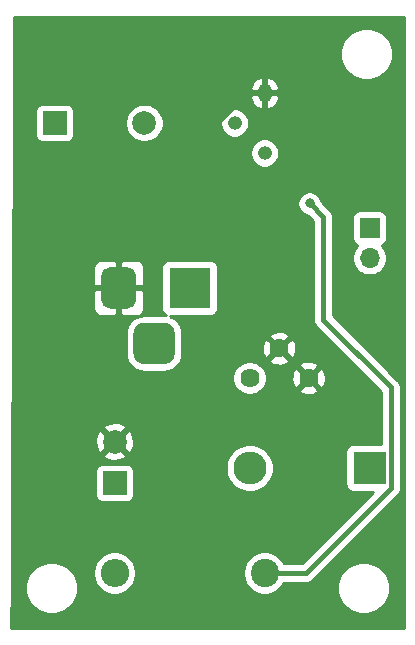
<source format=gbr>
%TF.GenerationSoftware,KiCad,Pcbnew,(5.1.8)-1*%
%TF.CreationDate,2020-12-20T06:36:15+01:00*%
%TF.ProjectId,Fire Sensor,46697265-2053-4656-9e73-6f722e6b6963,rev?*%
%TF.SameCoordinates,Original*%
%TF.FileFunction,Copper,L1,Top*%
%TF.FilePolarity,Positive*%
%FSLAX46Y46*%
G04 Gerber Fmt 4.6, Leading zero omitted, Abs format (unit mm)*
G04 Created by KiCad (PCBNEW (5.1.8)-1) date 2020-12-20 06:36:15*
%MOMM*%
%LPD*%
G01*
G04 APERTURE LIST*
%TA.AperFunction,ComponentPad*%
%ADD10R,2.000000X2.000000*%
%TD*%
%TA.AperFunction,ComponentPad*%
%ADD11C,2.000000*%
%TD*%
%TA.AperFunction,ComponentPad*%
%ADD12R,2.800000X2.800000*%
%TD*%
%TA.AperFunction,ComponentPad*%
%ADD13O,2.800000X2.800000*%
%TD*%
%TA.AperFunction,ComponentPad*%
%ADD14R,3.500000X3.500000*%
%TD*%
%TA.AperFunction,ComponentPad*%
%ADD15O,1.200000X1.600000*%
%TD*%
%TA.AperFunction,ComponentPad*%
%ADD16O,1.200000X1.200000*%
%TD*%
%TA.AperFunction,ComponentPad*%
%ADD17C,2.400000*%
%TD*%
%TA.AperFunction,ComponentPad*%
%ADD18O,2.400000X2.400000*%
%TD*%
%TA.AperFunction,ComponentPad*%
%ADD19C,1.620000*%
%TD*%
%TA.AperFunction,ComponentPad*%
%ADD20R,1.700000X1.700000*%
%TD*%
%TA.AperFunction,ComponentPad*%
%ADD21O,1.700000X1.700000*%
%TD*%
%TA.AperFunction,ViaPad*%
%ADD22C,0.800000*%
%TD*%
%TA.AperFunction,Conductor*%
%ADD23C,0.400000*%
%TD*%
%TA.AperFunction,Conductor*%
%ADD24C,0.254000*%
%TD*%
%TA.AperFunction,Conductor*%
%ADD25C,0.100000*%
%TD*%
G04 APERTURE END LIST*
D10*
%TO.P,BZ1,1*%
%TO.N,Net-(BZ1-Pad1)*%
X113030000Y-74930000D03*
D11*
%TO.P,BZ1,2*%
%TO.N,Net-(BZ1-Pad2)*%
X120630000Y-74930000D03*
%TD*%
D10*
%TO.P,C1,1*%
%TO.N,Net-(C1-Pad1)*%
X118110000Y-105410000D03*
D11*
%TO.P,C1,2*%
%TO.N,Net-(C1-Pad2)*%
X118110000Y-101910000D03*
%TD*%
D12*
%TO.P,D1,1*%
%TO.N,Net-(D1-Pad1)*%
X139700000Y-104140000D03*
D13*
%TO.P,D1,2*%
%TO.N,Net-(C1-Pad1)*%
X129540000Y-104140000D03*
%TD*%
D14*
%TO.P,J1,1*%
%TO.N,Net-(BZ1-Pad1)*%
X124460000Y-88900000D03*
%TO.P,J1,2*%
%TO.N,Net-(C1-Pad2)*%
%TA.AperFunction,ComponentPad*%
G36*
G01*
X116960000Y-89900000D02*
X116960000Y-87900000D01*
G75*
G02*
X117710000Y-87150000I750000J0D01*
G01*
X119210000Y-87150000D01*
G75*
G02*
X119960000Y-87900000I0J-750000D01*
G01*
X119960000Y-89900000D01*
G75*
G02*
X119210000Y-90650000I-750000J0D01*
G01*
X117710000Y-90650000D01*
G75*
G02*
X116960000Y-89900000I0J750000D01*
G01*
G37*
%TD.AperFunction*%
%TO.P,J1,3*%
%TO.N,Net-(J1-Pad3)*%
%TA.AperFunction,ComponentPad*%
G36*
G01*
X119710000Y-94475000D02*
X119710000Y-92725000D01*
G75*
G02*
X120585000Y-91850000I875000J0D01*
G01*
X122335000Y-91850000D01*
G75*
G02*
X123210000Y-92725000I0J-875000D01*
G01*
X123210000Y-94475000D01*
G75*
G02*
X122335000Y-95350000I-875000J0D01*
G01*
X120585000Y-95350000D01*
G75*
G02*
X119710000Y-94475000I0J875000D01*
G01*
G37*
%TD.AperFunction*%
%TD*%
D15*
%TO.P,Q1,1*%
%TO.N,Net-(C1-Pad2)*%
X130810000Y-72390000D03*
D16*
%TO.P,Q1,2*%
%TO.N,Net-(Q1-Pad2)*%
X128270000Y-74930000D03*
%TO.P,Q1,3*%
%TO.N,Net-(BZ1-Pad2)*%
X130810000Y-77470000D03*
%TD*%
D17*
%TO.P,R1,1*%
%TO.N,Net-(Q1-Pad2)*%
X130810000Y-113030000D03*
D18*
%TO.P,R1,2*%
%TO.N,Net-(C1-Pad1)*%
X118110000Y-113030000D03*
%TD*%
D19*
%TO.P,RV1,3*%
%TO.N,Net-(C1-Pad2)*%
X134540000Y-96520000D03*
%TO.P,RV1,2*%
X132040000Y-94020000D03*
%TO.P,RV1,1*%
%TO.N,Net-(D1-Pad1)*%
X129540000Y-96520000D03*
%TD*%
D20*
%TO.P,TH1,1*%
%TO.N,Net-(BZ1-Pad1)*%
X139700000Y-83820000D03*
D21*
%TO.P,TH1,2*%
%TO.N,Net-(D1-Pad1)*%
X139700000Y-86360000D03*
%TD*%
D22*
%TO.N,Net-(Q1-Pad2)*%
X134620000Y-81750000D03*
%TD*%
D23*
%TO.N,Net-(C1-Pad2)*%
X129329998Y-72390000D02*
X130810000Y-72390000D01*
X118460000Y-83259998D02*
X129329998Y-72390000D01*
X118460000Y-88900000D02*
X118460000Y-83259998D01*
%TO.N,Net-(Q1-Pad2)*%
X135750001Y-82880001D02*
X135750001Y-91579999D01*
X134620000Y-81750000D02*
X135750001Y-82880001D01*
X134330002Y-113030000D02*
X130810000Y-113030000D01*
X141500001Y-105860001D02*
X134330002Y-113030000D01*
X141500001Y-97329999D02*
X141500001Y-105860001D01*
X135750001Y-91579999D02*
X141500001Y-97329999D01*
%TD*%
D24*
%TO.N,Net-(C1-Pad2)*%
X142596001Y-117704000D02*
X109375165Y-117704000D01*
X109392505Y-114079872D01*
X110541000Y-114079872D01*
X110541000Y-114520128D01*
X110626890Y-114951925D01*
X110795369Y-115358669D01*
X111039962Y-115724729D01*
X111351271Y-116036038D01*
X111717331Y-116280631D01*
X112124075Y-116449110D01*
X112555872Y-116535000D01*
X112996128Y-116535000D01*
X113427925Y-116449110D01*
X113834669Y-116280631D01*
X114200729Y-116036038D01*
X114512038Y-115724729D01*
X114756631Y-115358669D01*
X114925110Y-114951925D01*
X115011000Y-114520128D01*
X115011000Y-114079872D01*
X114925110Y-113648075D01*
X114756631Y-113241331D01*
X114512038Y-112875271D01*
X114486035Y-112849268D01*
X116275000Y-112849268D01*
X116275000Y-113210732D01*
X116345518Y-113565250D01*
X116483844Y-113899199D01*
X116684662Y-114199744D01*
X116940256Y-114455338D01*
X117240801Y-114656156D01*
X117574750Y-114794482D01*
X117929268Y-114865000D01*
X118290732Y-114865000D01*
X118645250Y-114794482D01*
X118979199Y-114656156D01*
X119279744Y-114455338D01*
X119535338Y-114199744D01*
X119736156Y-113899199D01*
X119874482Y-113565250D01*
X119945000Y-113210732D01*
X119945000Y-112849268D01*
X128975000Y-112849268D01*
X128975000Y-113210732D01*
X129045518Y-113565250D01*
X129183844Y-113899199D01*
X129384662Y-114199744D01*
X129640256Y-114455338D01*
X129940801Y-114656156D01*
X130274750Y-114794482D01*
X130629268Y-114865000D01*
X130990732Y-114865000D01*
X131345250Y-114794482D01*
X131679199Y-114656156D01*
X131979744Y-114455338D01*
X132235338Y-114199744D01*
X132315434Y-114079872D01*
X136957000Y-114079872D01*
X136957000Y-114520128D01*
X137042890Y-114951925D01*
X137211369Y-115358669D01*
X137455962Y-115724729D01*
X137767271Y-116036038D01*
X138133331Y-116280631D01*
X138540075Y-116449110D01*
X138971872Y-116535000D01*
X139412128Y-116535000D01*
X139843925Y-116449110D01*
X140250669Y-116280631D01*
X140616729Y-116036038D01*
X140928038Y-115724729D01*
X141172631Y-115358669D01*
X141341110Y-114951925D01*
X141427000Y-114520128D01*
X141427000Y-114079872D01*
X141341110Y-113648075D01*
X141172631Y-113241331D01*
X140928038Y-112875271D01*
X140616729Y-112563962D01*
X140250669Y-112319369D01*
X139843925Y-112150890D01*
X139412128Y-112065000D01*
X138971872Y-112065000D01*
X138540075Y-112150890D01*
X138133331Y-112319369D01*
X137767271Y-112563962D01*
X137455962Y-112875271D01*
X137211369Y-113241331D01*
X137042890Y-113648075D01*
X136957000Y-114079872D01*
X132315434Y-114079872D01*
X132436156Y-113899199D01*
X132450322Y-113865000D01*
X134288984Y-113865000D01*
X134330002Y-113869040D01*
X134371020Y-113865000D01*
X134371021Y-113865000D01*
X134493691Y-113852918D01*
X134651089Y-113805172D01*
X134796148Y-113727636D01*
X134923293Y-113623291D01*
X134949448Y-113591421D01*
X142061433Y-106479438D01*
X142093292Y-106453292D01*
X142197637Y-106326147D01*
X142275173Y-106181088D01*
X142322919Y-106023690D01*
X142335001Y-105901020D01*
X142339041Y-105860001D01*
X142335001Y-105818983D01*
X142335001Y-97371017D01*
X142339041Y-97329999D01*
X142322919Y-97166310D01*
X142275173Y-97008912D01*
X142197637Y-96863853D01*
X142093292Y-96736708D01*
X142061429Y-96710559D01*
X136585001Y-91234132D01*
X136585001Y-82970000D01*
X138211928Y-82970000D01*
X138211928Y-84670000D01*
X138224188Y-84794482D01*
X138260498Y-84914180D01*
X138319463Y-85024494D01*
X138398815Y-85121185D01*
X138495506Y-85200537D01*
X138605820Y-85259502D01*
X138678380Y-85281513D01*
X138546525Y-85413368D01*
X138384010Y-85656589D01*
X138272068Y-85926842D01*
X138215000Y-86213740D01*
X138215000Y-86506260D01*
X138272068Y-86793158D01*
X138384010Y-87063411D01*
X138546525Y-87306632D01*
X138753368Y-87513475D01*
X138996589Y-87675990D01*
X139266842Y-87787932D01*
X139553740Y-87845000D01*
X139846260Y-87845000D01*
X140133158Y-87787932D01*
X140403411Y-87675990D01*
X140646632Y-87513475D01*
X140853475Y-87306632D01*
X141015990Y-87063411D01*
X141127932Y-86793158D01*
X141185000Y-86506260D01*
X141185000Y-86213740D01*
X141127932Y-85926842D01*
X141015990Y-85656589D01*
X140853475Y-85413368D01*
X140721620Y-85281513D01*
X140794180Y-85259502D01*
X140904494Y-85200537D01*
X141001185Y-85121185D01*
X141080537Y-85024494D01*
X141139502Y-84914180D01*
X141175812Y-84794482D01*
X141188072Y-84670000D01*
X141188072Y-82970000D01*
X141175812Y-82845518D01*
X141139502Y-82725820D01*
X141080537Y-82615506D01*
X141001185Y-82518815D01*
X140904494Y-82439463D01*
X140794180Y-82380498D01*
X140674482Y-82344188D01*
X140550000Y-82331928D01*
X138850000Y-82331928D01*
X138725518Y-82344188D01*
X138605820Y-82380498D01*
X138495506Y-82439463D01*
X138398815Y-82518815D01*
X138319463Y-82615506D01*
X138260498Y-82725820D01*
X138224188Y-82845518D01*
X138211928Y-82970000D01*
X136585001Y-82970000D01*
X136585001Y-82921019D01*
X136589041Y-82880001D01*
X136572919Y-82716313D01*
X136558023Y-82667205D01*
X136525173Y-82558914D01*
X136447637Y-82413855D01*
X136390463Y-82344188D01*
X136369440Y-82318571D01*
X136369438Y-82318569D01*
X136343292Y-82286710D01*
X136311434Y-82260565D01*
X135644092Y-81593225D01*
X135615226Y-81448102D01*
X135537205Y-81259744D01*
X135423937Y-81090226D01*
X135279774Y-80946063D01*
X135110256Y-80832795D01*
X134921898Y-80754774D01*
X134721939Y-80715000D01*
X134518061Y-80715000D01*
X134318102Y-80754774D01*
X134129744Y-80832795D01*
X133960226Y-80946063D01*
X133816063Y-81090226D01*
X133702795Y-81259744D01*
X133624774Y-81448102D01*
X133585000Y-81648061D01*
X133585000Y-81851939D01*
X133624774Y-82051898D01*
X133702795Y-82240256D01*
X133816063Y-82409774D01*
X133960226Y-82553937D01*
X134129744Y-82667205D01*
X134318102Y-82745226D01*
X134463225Y-82774092D01*
X134915001Y-83225870D01*
X134915002Y-91538970D01*
X134910961Y-91579999D01*
X134927083Y-91743687D01*
X134974829Y-91901085D01*
X134974830Y-91901086D01*
X135052366Y-92046145D01*
X135156711Y-92173290D01*
X135188575Y-92199440D01*
X140665001Y-97675867D01*
X140665002Y-102101928D01*
X138300000Y-102101928D01*
X138175518Y-102114188D01*
X138055820Y-102150498D01*
X137945506Y-102209463D01*
X137848815Y-102288815D01*
X137769463Y-102385506D01*
X137710498Y-102495820D01*
X137674188Y-102615518D01*
X137661928Y-102740000D01*
X137661928Y-105540000D01*
X137674188Y-105664482D01*
X137710498Y-105784180D01*
X137769463Y-105894494D01*
X137848815Y-105991185D01*
X137945506Y-106070537D01*
X138055820Y-106129502D01*
X138175518Y-106165812D01*
X138300000Y-106178072D01*
X140001061Y-106178072D01*
X133984135Y-112195000D01*
X132450322Y-112195000D01*
X132436156Y-112160801D01*
X132235338Y-111860256D01*
X131979744Y-111604662D01*
X131679199Y-111403844D01*
X131345250Y-111265518D01*
X130990732Y-111195000D01*
X130629268Y-111195000D01*
X130274750Y-111265518D01*
X129940801Y-111403844D01*
X129640256Y-111604662D01*
X129384662Y-111860256D01*
X129183844Y-112160801D01*
X129045518Y-112494750D01*
X128975000Y-112849268D01*
X119945000Y-112849268D01*
X119874482Y-112494750D01*
X119736156Y-112160801D01*
X119535338Y-111860256D01*
X119279744Y-111604662D01*
X118979199Y-111403844D01*
X118645250Y-111265518D01*
X118290732Y-111195000D01*
X117929268Y-111195000D01*
X117574750Y-111265518D01*
X117240801Y-111403844D01*
X116940256Y-111604662D01*
X116684662Y-111860256D01*
X116483844Y-112160801D01*
X116345518Y-112494750D01*
X116275000Y-112849268D01*
X114486035Y-112849268D01*
X114200729Y-112563962D01*
X113834669Y-112319369D01*
X113427925Y-112150890D01*
X112996128Y-112065000D01*
X112555872Y-112065000D01*
X112124075Y-112150890D01*
X111717331Y-112319369D01*
X111351271Y-112563962D01*
X111039962Y-112875271D01*
X110795369Y-113241331D01*
X110626890Y-113648075D01*
X110541000Y-114079872D01*
X109392505Y-114079872D01*
X109438771Y-104410000D01*
X116471928Y-104410000D01*
X116471928Y-106410000D01*
X116484188Y-106534482D01*
X116520498Y-106654180D01*
X116579463Y-106764494D01*
X116658815Y-106861185D01*
X116755506Y-106940537D01*
X116865820Y-106999502D01*
X116985518Y-107035812D01*
X117110000Y-107048072D01*
X119110000Y-107048072D01*
X119234482Y-107035812D01*
X119354180Y-106999502D01*
X119464494Y-106940537D01*
X119561185Y-106861185D01*
X119640537Y-106764494D01*
X119699502Y-106654180D01*
X119735812Y-106534482D01*
X119748072Y-106410000D01*
X119748072Y-104410000D01*
X119735812Y-104285518D01*
X119699502Y-104165820D01*
X119640537Y-104055506D01*
X119561185Y-103958815D01*
X119537735Y-103939570D01*
X127505000Y-103939570D01*
X127505000Y-104340430D01*
X127583204Y-104733587D01*
X127736607Y-105103934D01*
X127959313Y-105437237D01*
X128242763Y-105720687D01*
X128576066Y-105943393D01*
X128946413Y-106096796D01*
X129339570Y-106175000D01*
X129740430Y-106175000D01*
X130133587Y-106096796D01*
X130503934Y-105943393D01*
X130837237Y-105720687D01*
X131120687Y-105437237D01*
X131343393Y-105103934D01*
X131496796Y-104733587D01*
X131575000Y-104340430D01*
X131575000Y-103939570D01*
X131496796Y-103546413D01*
X131343393Y-103176066D01*
X131120687Y-102842763D01*
X130837237Y-102559313D01*
X130503934Y-102336607D01*
X130133587Y-102183204D01*
X129740430Y-102105000D01*
X129339570Y-102105000D01*
X128946413Y-102183204D01*
X128576066Y-102336607D01*
X128242763Y-102559313D01*
X127959313Y-102842763D01*
X127736607Y-103176066D01*
X127583204Y-103546413D01*
X127505000Y-103939570D01*
X119537735Y-103939570D01*
X119464494Y-103879463D01*
X119354180Y-103820498D01*
X119234482Y-103784188D01*
X119110000Y-103771928D01*
X117110000Y-103771928D01*
X116985518Y-103784188D01*
X116865820Y-103820498D01*
X116755506Y-103879463D01*
X116658815Y-103958815D01*
X116579463Y-104055506D01*
X116520498Y-104165820D01*
X116484188Y-104285518D01*
X116471928Y-104410000D01*
X109438771Y-104410000D01*
X109445300Y-103045413D01*
X117154192Y-103045413D01*
X117249956Y-103309814D01*
X117539571Y-103450704D01*
X117851108Y-103532384D01*
X118172595Y-103551718D01*
X118491675Y-103507961D01*
X118796088Y-103402795D01*
X118970044Y-103309814D01*
X119065808Y-103045413D01*
X118110000Y-102089605D01*
X117154192Y-103045413D01*
X109445300Y-103045413D01*
X109450434Y-101972595D01*
X116468282Y-101972595D01*
X116512039Y-102291675D01*
X116617205Y-102596088D01*
X116710186Y-102770044D01*
X116974587Y-102865808D01*
X117930395Y-101910000D01*
X118289605Y-101910000D01*
X119245413Y-102865808D01*
X119509814Y-102770044D01*
X119650704Y-102480429D01*
X119732384Y-102168892D01*
X119751718Y-101847405D01*
X119707961Y-101528325D01*
X119602795Y-101223912D01*
X119509814Y-101049956D01*
X119245413Y-100954192D01*
X118289605Y-101910000D01*
X117930395Y-101910000D01*
X116974587Y-100954192D01*
X116710186Y-101049956D01*
X116569296Y-101339571D01*
X116487616Y-101651108D01*
X116468282Y-101972595D01*
X109450434Y-101972595D01*
X109456166Y-100774587D01*
X117154192Y-100774587D01*
X118110000Y-101730395D01*
X119065808Y-100774587D01*
X118970044Y-100510186D01*
X118680429Y-100369296D01*
X118368892Y-100287616D01*
X118047405Y-100268282D01*
X117728325Y-100312039D01*
X117423912Y-100417205D01*
X117249956Y-100510186D01*
X117154192Y-100774587D01*
X109456166Y-100774587D01*
X109477203Y-96377680D01*
X128095000Y-96377680D01*
X128095000Y-96662320D01*
X128150530Y-96941491D01*
X128259457Y-97204464D01*
X128417595Y-97441134D01*
X128618866Y-97642405D01*
X128855536Y-97800543D01*
X129118509Y-97909470D01*
X129397680Y-97965000D01*
X129682320Y-97965000D01*
X129961491Y-97909470D01*
X130224464Y-97800543D01*
X130461134Y-97642405D01*
X130583696Y-97519843D01*
X133719762Y-97519843D01*
X133792556Y-97764832D01*
X134049773Y-97886733D01*
X134325829Y-97956110D01*
X134610115Y-97970298D01*
X134891706Y-97928752D01*
X135159783Y-97833068D01*
X135287444Y-97764832D01*
X135360238Y-97519843D01*
X134540000Y-96699605D01*
X133719762Y-97519843D01*
X130583696Y-97519843D01*
X130662405Y-97441134D01*
X130820543Y-97204464D01*
X130929470Y-96941491D01*
X130985000Y-96662320D01*
X130985000Y-96590115D01*
X133089702Y-96590115D01*
X133131248Y-96871706D01*
X133226932Y-97139783D01*
X133295168Y-97267444D01*
X133540157Y-97340238D01*
X134360395Y-96520000D01*
X134719605Y-96520000D01*
X135539843Y-97340238D01*
X135784832Y-97267444D01*
X135906733Y-97010227D01*
X135976110Y-96734171D01*
X135990298Y-96449885D01*
X135948752Y-96168294D01*
X135853068Y-95900217D01*
X135784832Y-95772556D01*
X135539843Y-95699762D01*
X134719605Y-96520000D01*
X134360395Y-96520000D01*
X133540157Y-95699762D01*
X133295168Y-95772556D01*
X133173267Y-96029773D01*
X133103890Y-96305829D01*
X133089702Y-96590115D01*
X130985000Y-96590115D01*
X130985000Y-96377680D01*
X130929470Y-96098509D01*
X130820543Y-95835536D01*
X130662405Y-95598866D01*
X130583696Y-95520157D01*
X133719762Y-95520157D01*
X134540000Y-96340395D01*
X135360238Y-95520157D01*
X135287444Y-95275168D01*
X135030227Y-95153267D01*
X134754171Y-95083890D01*
X134469885Y-95069702D01*
X134188294Y-95111248D01*
X133920217Y-95206932D01*
X133792556Y-95275168D01*
X133719762Y-95520157D01*
X130583696Y-95520157D01*
X130461134Y-95397595D01*
X130224464Y-95239457D01*
X129961491Y-95130530D01*
X129682320Y-95075000D01*
X129397680Y-95075000D01*
X129118509Y-95130530D01*
X128855536Y-95239457D01*
X128618866Y-95397595D01*
X128417595Y-95598866D01*
X128259457Y-95835536D01*
X128150530Y-96098509D01*
X128095000Y-96377680D01*
X109477203Y-96377680D01*
X109494680Y-92725000D01*
X119071928Y-92725000D01*
X119071928Y-94475000D01*
X119101001Y-94770186D01*
X119187104Y-95054028D01*
X119326927Y-95315618D01*
X119515097Y-95544903D01*
X119744382Y-95733073D01*
X120005972Y-95872896D01*
X120289814Y-95958999D01*
X120585000Y-95988072D01*
X122335000Y-95988072D01*
X122630186Y-95958999D01*
X122914028Y-95872896D01*
X123175618Y-95733073D01*
X123404903Y-95544903D01*
X123593073Y-95315618D01*
X123732896Y-95054028D01*
X123743265Y-95019843D01*
X131219762Y-95019843D01*
X131292556Y-95264832D01*
X131549773Y-95386733D01*
X131825829Y-95456110D01*
X132110115Y-95470298D01*
X132391706Y-95428752D01*
X132659783Y-95333068D01*
X132787444Y-95264832D01*
X132860238Y-95019843D01*
X132040000Y-94199605D01*
X131219762Y-95019843D01*
X123743265Y-95019843D01*
X123818999Y-94770186D01*
X123848072Y-94475000D01*
X123848072Y-94090115D01*
X130589702Y-94090115D01*
X130631248Y-94371706D01*
X130726932Y-94639783D01*
X130795168Y-94767444D01*
X131040157Y-94840238D01*
X131860395Y-94020000D01*
X132219605Y-94020000D01*
X133039843Y-94840238D01*
X133284832Y-94767444D01*
X133406733Y-94510227D01*
X133476110Y-94234171D01*
X133490298Y-93949885D01*
X133448752Y-93668294D01*
X133353068Y-93400217D01*
X133284832Y-93272556D01*
X133039843Y-93199762D01*
X132219605Y-94020000D01*
X131860395Y-94020000D01*
X131040157Y-93199762D01*
X130795168Y-93272556D01*
X130673267Y-93529773D01*
X130603890Y-93805829D01*
X130589702Y-94090115D01*
X123848072Y-94090115D01*
X123848072Y-93020157D01*
X131219762Y-93020157D01*
X132040000Y-93840395D01*
X132860238Y-93020157D01*
X132787444Y-92775168D01*
X132530227Y-92653267D01*
X132254171Y-92583890D01*
X131969885Y-92569702D01*
X131688294Y-92611248D01*
X131420217Y-92706932D01*
X131292556Y-92775168D01*
X131219762Y-93020157D01*
X123848072Y-93020157D01*
X123848072Y-92725000D01*
X123818999Y-92429814D01*
X123732896Y-92145972D01*
X123593073Y-91884382D01*
X123404903Y-91655097D01*
X123175618Y-91466927D01*
X122914028Y-91327104D01*
X122785357Y-91288072D01*
X126210000Y-91288072D01*
X126334482Y-91275812D01*
X126454180Y-91239502D01*
X126564494Y-91180537D01*
X126661185Y-91101185D01*
X126740537Y-91004494D01*
X126799502Y-90894180D01*
X126835812Y-90774482D01*
X126848072Y-90650000D01*
X126848072Y-87150000D01*
X126835812Y-87025518D01*
X126799502Y-86905820D01*
X126740537Y-86795506D01*
X126661185Y-86698815D01*
X126564494Y-86619463D01*
X126454180Y-86560498D01*
X126334482Y-86524188D01*
X126210000Y-86511928D01*
X122710000Y-86511928D01*
X122585518Y-86524188D01*
X122465820Y-86560498D01*
X122355506Y-86619463D01*
X122258815Y-86698815D01*
X122179463Y-86795506D01*
X122120498Y-86905820D01*
X122084188Y-87025518D01*
X122071928Y-87150000D01*
X122071928Y-90650000D01*
X122084188Y-90774482D01*
X122120498Y-90894180D01*
X122179463Y-91004494D01*
X122258815Y-91101185D01*
X122355506Y-91180537D01*
X122432131Y-91221494D01*
X122335000Y-91211928D01*
X120585000Y-91211928D01*
X120289814Y-91241001D01*
X120005972Y-91327104D01*
X119744382Y-91466927D01*
X119515097Y-91655097D01*
X119326927Y-91884382D01*
X119187104Y-92145972D01*
X119101001Y-92429814D01*
X119071928Y-92725000D01*
X109494680Y-92725000D01*
X109504609Y-90650000D01*
X116321928Y-90650000D01*
X116334188Y-90774482D01*
X116370498Y-90894180D01*
X116429463Y-91004494D01*
X116508815Y-91101185D01*
X116605506Y-91180537D01*
X116715820Y-91239502D01*
X116835518Y-91275812D01*
X116960000Y-91288072D01*
X118174250Y-91285000D01*
X118333000Y-91126250D01*
X118333000Y-89027000D01*
X118587000Y-89027000D01*
X118587000Y-91126250D01*
X118745750Y-91285000D01*
X119960000Y-91288072D01*
X120084482Y-91275812D01*
X120204180Y-91239502D01*
X120314494Y-91180537D01*
X120411185Y-91101185D01*
X120490537Y-91004494D01*
X120549502Y-90894180D01*
X120585812Y-90774482D01*
X120598072Y-90650000D01*
X120595000Y-89185750D01*
X120436250Y-89027000D01*
X118587000Y-89027000D01*
X118333000Y-89027000D01*
X116483750Y-89027000D01*
X116325000Y-89185750D01*
X116321928Y-90650000D01*
X109504609Y-90650000D01*
X109521355Y-87150000D01*
X116321928Y-87150000D01*
X116325000Y-88614250D01*
X116483750Y-88773000D01*
X118333000Y-88773000D01*
X118333000Y-86673750D01*
X118587000Y-86673750D01*
X118587000Y-88773000D01*
X120436250Y-88773000D01*
X120595000Y-88614250D01*
X120598072Y-87150000D01*
X120585812Y-87025518D01*
X120549502Y-86905820D01*
X120490537Y-86795506D01*
X120411185Y-86698815D01*
X120314494Y-86619463D01*
X120204180Y-86560498D01*
X120084482Y-86524188D01*
X119960000Y-86511928D01*
X118745750Y-86515000D01*
X118587000Y-86673750D01*
X118333000Y-86673750D01*
X118174250Y-86515000D01*
X116960000Y-86511928D01*
X116835518Y-86524188D01*
X116715820Y-86560498D01*
X116605506Y-86619463D01*
X116508815Y-86698815D01*
X116429463Y-86795506D01*
X116370498Y-86905820D01*
X116334188Y-87025518D01*
X116321928Y-87150000D01*
X109521355Y-87150000D01*
X109568253Y-77348363D01*
X129575000Y-77348363D01*
X129575000Y-77591637D01*
X129622460Y-77830236D01*
X129715557Y-78054992D01*
X129850713Y-78257267D01*
X130022733Y-78429287D01*
X130225008Y-78564443D01*
X130449764Y-78657540D01*
X130688363Y-78705000D01*
X130931637Y-78705000D01*
X131170236Y-78657540D01*
X131394992Y-78564443D01*
X131597267Y-78429287D01*
X131769287Y-78257267D01*
X131904443Y-78054992D01*
X131997540Y-77830236D01*
X132045000Y-77591637D01*
X132045000Y-77348363D01*
X131997540Y-77109764D01*
X131904443Y-76885008D01*
X131769287Y-76682733D01*
X131597267Y-76510713D01*
X131394992Y-76375557D01*
X131170236Y-76282460D01*
X130931637Y-76235000D01*
X130688363Y-76235000D01*
X130449764Y-76282460D01*
X130225008Y-76375557D01*
X130022733Y-76510713D01*
X129850713Y-76682733D01*
X129715557Y-76885008D01*
X129622460Y-77109764D01*
X129575000Y-77348363D01*
X109568253Y-77348363D01*
X109584609Y-73930000D01*
X111391928Y-73930000D01*
X111391928Y-75930000D01*
X111404188Y-76054482D01*
X111440498Y-76174180D01*
X111499463Y-76284494D01*
X111578815Y-76381185D01*
X111675506Y-76460537D01*
X111785820Y-76519502D01*
X111905518Y-76555812D01*
X112030000Y-76568072D01*
X114030000Y-76568072D01*
X114154482Y-76555812D01*
X114274180Y-76519502D01*
X114384494Y-76460537D01*
X114481185Y-76381185D01*
X114560537Y-76284494D01*
X114619502Y-76174180D01*
X114655812Y-76054482D01*
X114668072Y-75930000D01*
X114668072Y-74768967D01*
X118995000Y-74768967D01*
X118995000Y-75091033D01*
X119057832Y-75406912D01*
X119181082Y-75704463D01*
X119360013Y-75972252D01*
X119587748Y-76199987D01*
X119855537Y-76378918D01*
X120153088Y-76502168D01*
X120468967Y-76565000D01*
X120791033Y-76565000D01*
X121106912Y-76502168D01*
X121404463Y-76378918D01*
X121672252Y-76199987D01*
X121899987Y-75972252D01*
X122078918Y-75704463D01*
X122202168Y-75406912D01*
X122265000Y-75091033D01*
X122265000Y-74808363D01*
X127035000Y-74808363D01*
X127035000Y-75051637D01*
X127082460Y-75290236D01*
X127175557Y-75514992D01*
X127310713Y-75717267D01*
X127482733Y-75889287D01*
X127685008Y-76024443D01*
X127909764Y-76117540D01*
X128148363Y-76165000D01*
X128391637Y-76165000D01*
X128630236Y-76117540D01*
X128854992Y-76024443D01*
X129057267Y-75889287D01*
X129229287Y-75717267D01*
X129364443Y-75514992D01*
X129457540Y-75290236D01*
X129505000Y-75051637D01*
X129505000Y-74808363D01*
X129457540Y-74569764D01*
X129364443Y-74345008D01*
X129229287Y-74142733D01*
X129057267Y-73970713D01*
X128854992Y-73835557D01*
X128630236Y-73742460D01*
X128391637Y-73695000D01*
X128148363Y-73695000D01*
X127909764Y-73742460D01*
X127685008Y-73835557D01*
X127482733Y-73970713D01*
X127310713Y-74142733D01*
X127175557Y-74345008D01*
X127082460Y-74569764D01*
X127035000Y-74808363D01*
X122265000Y-74808363D01*
X122265000Y-74768967D01*
X122202168Y-74453088D01*
X122078918Y-74155537D01*
X121899987Y-73887748D01*
X121672252Y-73660013D01*
X121404463Y-73481082D01*
X121106912Y-73357832D01*
X120791033Y-73295000D01*
X120468967Y-73295000D01*
X120153088Y-73357832D01*
X119855537Y-73481082D01*
X119587748Y-73660013D01*
X119360013Y-73887748D01*
X119181082Y-74155537D01*
X119057832Y-74453088D01*
X118995000Y-74768967D01*
X114668072Y-74768967D01*
X114668072Y-73930000D01*
X114655812Y-73805518D01*
X114619502Y-73685820D01*
X114560537Y-73575506D01*
X114481185Y-73478815D01*
X114384494Y-73399463D01*
X114274180Y-73340498D01*
X114154482Y-73304188D01*
X114030000Y-73291928D01*
X112030000Y-73291928D01*
X111905518Y-73304188D01*
X111785820Y-73340498D01*
X111675506Y-73399463D01*
X111578815Y-73478815D01*
X111499463Y-73575506D01*
X111440498Y-73685820D01*
X111404188Y-73805518D01*
X111391928Y-73930000D01*
X109584609Y-73930000D01*
X109590438Y-72711681D01*
X129575087Y-72711681D01*
X129622554Y-72950263D01*
X129715654Y-73175000D01*
X129850809Y-73377256D01*
X130022826Y-73549258D01*
X130225093Y-73684396D01*
X130449838Y-73777477D01*
X130492391Y-73783462D01*
X130683000Y-73658731D01*
X130683000Y-72517000D01*
X130937000Y-72517000D01*
X130937000Y-73658731D01*
X131127609Y-73783462D01*
X131170162Y-73777477D01*
X131394907Y-73684396D01*
X131597174Y-73549258D01*
X131769191Y-73377256D01*
X131904346Y-73175000D01*
X131997446Y-72950263D01*
X132044913Y-72711681D01*
X131889994Y-72517000D01*
X130937000Y-72517000D01*
X130683000Y-72517000D01*
X129730006Y-72517000D01*
X129575087Y-72711681D01*
X109590438Y-72711681D01*
X109593516Y-72068319D01*
X129575087Y-72068319D01*
X129730006Y-72263000D01*
X130683000Y-72263000D01*
X130683000Y-71121269D01*
X130937000Y-71121269D01*
X130937000Y-72263000D01*
X131889994Y-72263000D01*
X132044913Y-72068319D01*
X131997446Y-71829737D01*
X131904346Y-71605000D01*
X131769191Y-71402744D01*
X131597174Y-71230742D01*
X131394907Y-71095604D01*
X131170162Y-71002523D01*
X131127609Y-70996538D01*
X130937000Y-71121269D01*
X130683000Y-71121269D01*
X130492391Y-70996538D01*
X130449838Y-71002523D01*
X130225093Y-71095604D01*
X130022826Y-71230742D01*
X129850809Y-71402744D01*
X129715654Y-71605000D01*
X129622554Y-71829737D01*
X129575087Y-72068319D01*
X109593516Y-72068319D01*
X109608829Y-68867872D01*
X137211000Y-68867872D01*
X137211000Y-69308128D01*
X137296890Y-69739925D01*
X137465369Y-70146669D01*
X137709962Y-70512729D01*
X138021271Y-70824038D01*
X138387331Y-71068631D01*
X138794075Y-71237110D01*
X139225872Y-71323000D01*
X139666128Y-71323000D01*
X140097925Y-71237110D01*
X140504669Y-71068631D01*
X140870729Y-70824038D01*
X141182038Y-70512729D01*
X141426631Y-70146669D01*
X141595110Y-69739925D01*
X141681000Y-69308128D01*
X141681000Y-68867872D01*
X141595110Y-68436075D01*
X141426631Y-68029331D01*
X141182038Y-67663271D01*
X140870729Y-67351962D01*
X140504669Y-67107369D01*
X140097925Y-66938890D01*
X139666128Y-66853000D01*
X139225872Y-66853000D01*
X138794075Y-66938890D01*
X138387331Y-67107369D01*
X138021271Y-67351962D01*
X137709962Y-67663271D01*
X137465369Y-68029331D01*
X137296890Y-68436075D01*
X137211000Y-68867872D01*
X109608829Y-68867872D01*
X109622849Y-65938000D01*
X142596000Y-65938000D01*
X142596001Y-117704000D01*
%TA.AperFunction,Conductor*%
D25*
G36*
X142596001Y-117704000D02*
G01*
X109375165Y-117704000D01*
X109392505Y-114079872D01*
X110541000Y-114079872D01*
X110541000Y-114520128D01*
X110626890Y-114951925D01*
X110795369Y-115358669D01*
X111039962Y-115724729D01*
X111351271Y-116036038D01*
X111717331Y-116280631D01*
X112124075Y-116449110D01*
X112555872Y-116535000D01*
X112996128Y-116535000D01*
X113427925Y-116449110D01*
X113834669Y-116280631D01*
X114200729Y-116036038D01*
X114512038Y-115724729D01*
X114756631Y-115358669D01*
X114925110Y-114951925D01*
X115011000Y-114520128D01*
X115011000Y-114079872D01*
X114925110Y-113648075D01*
X114756631Y-113241331D01*
X114512038Y-112875271D01*
X114486035Y-112849268D01*
X116275000Y-112849268D01*
X116275000Y-113210732D01*
X116345518Y-113565250D01*
X116483844Y-113899199D01*
X116684662Y-114199744D01*
X116940256Y-114455338D01*
X117240801Y-114656156D01*
X117574750Y-114794482D01*
X117929268Y-114865000D01*
X118290732Y-114865000D01*
X118645250Y-114794482D01*
X118979199Y-114656156D01*
X119279744Y-114455338D01*
X119535338Y-114199744D01*
X119736156Y-113899199D01*
X119874482Y-113565250D01*
X119945000Y-113210732D01*
X119945000Y-112849268D01*
X128975000Y-112849268D01*
X128975000Y-113210732D01*
X129045518Y-113565250D01*
X129183844Y-113899199D01*
X129384662Y-114199744D01*
X129640256Y-114455338D01*
X129940801Y-114656156D01*
X130274750Y-114794482D01*
X130629268Y-114865000D01*
X130990732Y-114865000D01*
X131345250Y-114794482D01*
X131679199Y-114656156D01*
X131979744Y-114455338D01*
X132235338Y-114199744D01*
X132315434Y-114079872D01*
X136957000Y-114079872D01*
X136957000Y-114520128D01*
X137042890Y-114951925D01*
X137211369Y-115358669D01*
X137455962Y-115724729D01*
X137767271Y-116036038D01*
X138133331Y-116280631D01*
X138540075Y-116449110D01*
X138971872Y-116535000D01*
X139412128Y-116535000D01*
X139843925Y-116449110D01*
X140250669Y-116280631D01*
X140616729Y-116036038D01*
X140928038Y-115724729D01*
X141172631Y-115358669D01*
X141341110Y-114951925D01*
X141427000Y-114520128D01*
X141427000Y-114079872D01*
X141341110Y-113648075D01*
X141172631Y-113241331D01*
X140928038Y-112875271D01*
X140616729Y-112563962D01*
X140250669Y-112319369D01*
X139843925Y-112150890D01*
X139412128Y-112065000D01*
X138971872Y-112065000D01*
X138540075Y-112150890D01*
X138133331Y-112319369D01*
X137767271Y-112563962D01*
X137455962Y-112875271D01*
X137211369Y-113241331D01*
X137042890Y-113648075D01*
X136957000Y-114079872D01*
X132315434Y-114079872D01*
X132436156Y-113899199D01*
X132450322Y-113865000D01*
X134288984Y-113865000D01*
X134330002Y-113869040D01*
X134371020Y-113865000D01*
X134371021Y-113865000D01*
X134493691Y-113852918D01*
X134651089Y-113805172D01*
X134796148Y-113727636D01*
X134923293Y-113623291D01*
X134949448Y-113591421D01*
X142061433Y-106479438D01*
X142093292Y-106453292D01*
X142197637Y-106326147D01*
X142275173Y-106181088D01*
X142322919Y-106023690D01*
X142335001Y-105901020D01*
X142339041Y-105860001D01*
X142335001Y-105818983D01*
X142335001Y-97371017D01*
X142339041Y-97329999D01*
X142322919Y-97166310D01*
X142275173Y-97008912D01*
X142197637Y-96863853D01*
X142093292Y-96736708D01*
X142061429Y-96710559D01*
X136585001Y-91234132D01*
X136585001Y-82970000D01*
X138211928Y-82970000D01*
X138211928Y-84670000D01*
X138224188Y-84794482D01*
X138260498Y-84914180D01*
X138319463Y-85024494D01*
X138398815Y-85121185D01*
X138495506Y-85200537D01*
X138605820Y-85259502D01*
X138678380Y-85281513D01*
X138546525Y-85413368D01*
X138384010Y-85656589D01*
X138272068Y-85926842D01*
X138215000Y-86213740D01*
X138215000Y-86506260D01*
X138272068Y-86793158D01*
X138384010Y-87063411D01*
X138546525Y-87306632D01*
X138753368Y-87513475D01*
X138996589Y-87675990D01*
X139266842Y-87787932D01*
X139553740Y-87845000D01*
X139846260Y-87845000D01*
X140133158Y-87787932D01*
X140403411Y-87675990D01*
X140646632Y-87513475D01*
X140853475Y-87306632D01*
X141015990Y-87063411D01*
X141127932Y-86793158D01*
X141185000Y-86506260D01*
X141185000Y-86213740D01*
X141127932Y-85926842D01*
X141015990Y-85656589D01*
X140853475Y-85413368D01*
X140721620Y-85281513D01*
X140794180Y-85259502D01*
X140904494Y-85200537D01*
X141001185Y-85121185D01*
X141080537Y-85024494D01*
X141139502Y-84914180D01*
X141175812Y-84794482D01*
X141188072Y-84670000D01*
X141188072Y-82970000D01*
X141175812Y-82845518D01*
X141139502Y-82725820D01*
X141080537Y-82615506D01*
X141001185Y-82518815D01*
X140904494Y-82439463D01*
X140794180Y-82380498D01*
X140674482Y-82344188D01*
X140550000Y-82331928D01*
X138850000Y-82331928D01*
X138725518Y-82344188D01*
X138605820Y-82380498D01*
X138495506Y-82439463D01*
X138398815Y-82518815D01*
X138319463Y-82615506D01*
X138260498Y-82725820D01*
X138224188Y-82845518D01*
X138211928Y-82970000D01*
X136585001Y-82970000D01*
X136585001Y-82921019D01*
X136589041Y-82880001D01*
X136572919Y-82716313D01*
X136558023Y-82667205D01*
X136525173Y-82558914D01*
X136447637Y-82413855D01*
X136390463Y-82344188D01*
X136369440Y-82318571D01*
X136369438Y-82318569D01*
X136343292Y-82286710D01*
X136311434Y-82260565D01*
X135644092Y-81593225D01*
X135615226Y-81448102D01*
X135537205Y-81259744D01*
X135423937Y-81090226D01*
X135279774Y-80946063D01*
X135110256Y-80832795D01*
X134921898Y-80754774D01*
X134721939Y-80715000D01*
X134518061Y-80715000D01*
X134318102Y-80754774D01*
X134129744Y-80832795D01*
X133960226Y-80946063D01*
X133816063Y-81090226D01*
X133702795Y-81259744D01*
X133624774Y-81448102D01*
X133585000Y-81648061D01*
X133585000Y-81851939D01*
X133624774Y-82051898D01*
X133702795Y-82240256D01*
X133816063Y-82409774D01*
X133960226Y-82553937D01*
X134129744Y-82667205D01*
X134318102Y-82745226D01*
X134463225Y-82774092D01*
X134915001Y-83225870D01*
X134915002Y-91538970D01*
X134910961Y-91579999D01*
X134927083Y-91743687D01*
X134974829Y-91901085D01*
X134974830Y-91901086D01*
X135052366Y-92046145D01*
X135156711Y-92173290D01*
X135188575Y-92199440D01*
X140665001Y-97675867D01*
X140665002Y-102101928D01*
X138300000Y-102101928D01*
X138175518Y-102114188D01*
X138055820Y-102150498D01*
X137945506Y-102209463D01*
X137848815Y-102288815D01*
X137769463Y-102385506D01*
X137710498Y-102495820D01*
X137674188Y-102615518D01*
X137661928Y-102740000D01*
X137661928Y-105540000D01*
X137674188Y-105664482D01*
X137710498Y-105784180D01*
X137769463Y-105894494D01*
X137848815Y-105991185D01*
X137945506Y-106070537D01*
X138055820Y-106129502D01*
X138175518Y-106165812D01*
X138300000Y-106178072D01*
X140001061Y-106178072D01*
X133984135Y-112195000D01*
X132450322Y-112195000D01*
X132436156Y-112160801D01*
X132235338Y-111860256D01*
X131979744Y-111604662D01*
X131679199Y-111403844D01*
X131345250Y-111265518D01*
X130990732Y-111195000D01*
X130629268Y-111195000D01*
X130274750Y-111265518D01*
X129940801Y-111403844D01*
X129640256Y-111604662D01*
X129384662Y-111860256D01*
X129183844Y-112160801D01*
X129045518Y-112494750D01*
X128975000Y-112849268D01*
X119945000Y-112849268D01*
X119874482Y-112494750D01*
X119736156Y-112160801D01*
X119535338Y-111860256D01*
X119279744Y-111604662D01*
X118979199Y-111403844D01*
X118645250Y-111265518D01*
X118290732Y-111195000D01*
X117929268Y-111195000D01*
X117574750Y-111265518D01*
X117240801Y-111403844D01*
X116940256Y-111604662D01*
X116684662Y-111860256D01*
X116483844Y-112160801D01*
X116345518Y-112494750D01*
X116275000Y-112849268D01*
X114486035Y-112849268D01*
X114200729Y-112563962D01*
X113834669Y-112319369D01*
X113427925Y-112150890D01*
X112996128Y-112065000D01*
X112555872Y-112065000D01*
X112124075Y-112150890D01*
X111717331Y-112319369D01*
X111351271Y-112563962D01*
X111039962Y-112875271D01*
X110795369Y-113241331D01*
X110626890Y-113648075D01*
X110541000Y-114079872D01*
X109392505Y-114079872D01*
X109438771Y-104410000D01*
X116471928Y-104410000D01*
X116471928Y-106410000D01*
X116484188Y-106534482D01*
X116520498Y-106654180D01*
X116579463Y-106764494D01*
X116658815Y-106861185D01*
X116755506Y-106940537D01*
X116865820Y-106999502D01*
X116985518Y-107035812D01*
X117110000Y-107048072D01*
X119110000Y-107048072D01*
X119234482Y-107035812D01*
X119354180Y-106999502D01*
X119464494Y-106940537D01*
X119561185Y-106861185D01*
X119640537Y-106764494D01*
X119699502Y-106654180D01*
X119735812Y-106534482D01*
X119748072Y-106410000D01*
X119748072Y-104410000D01*
X119735812Y-104285518D01*
X119699502Y-104165820D01*
X119640537Y-104055506D01*
X119561185Y-103958815D01*
X119537735Y-103939570D01*
X127505000Y-103939570D01*
X127505000Y-104340430D01*
X127583204Y-104733587D01*
X127736607Y-105103934D01*
X127959313Y-105437237D01*
X128242763Y-105720687D01*
X128576066Y-105943393D01*
X128946413Y-106096796D01*
X129339570Y-106175000D01*
X129740430Y-106175000D01*
X130133587Y-106096796D01*
X130503934Y-105943393D01*
X130837237Y-105720687D01*
X131120687Y-105437237D01*
X131343393Y-105103934D01*
X131496796Y-104733587D01*
X131575000Y-104340430D01*
X131575000Y-103939570D01*
X131496796Y-103546413D01*
X131343393Y-103176066D01*
X131120687Y-102842763D01*
X130837237Y-102559313D01*
X130503934Y-102336607D01*
X130133587Y-102183204D01*
X129740430Y-102105000D01*
X129339570Y-102105000D01*
X128946413Y-102183204D01*
X128576066Y-102336607D01*
X128242763Y-102559313D01*
X127959313Y-102842763D01*
X127736607Y-103176066D01*
X127583204Y-103546413D01*
X127505000Y-103939570D01*
X119537735Y-103939570D01*
X119464494Y-103879463D01*
X119354180Y-103820498D01*
X119234482Y-103784188D01*
X119110000Y-103771928D01*
X117110000Y-103771928D01*
X116985518Y-103784188D01*
X116865820Y-103820498D01*
X116755506Y-103879463D01*
X116658815Y-103958815D01*
X116579463Y-104055506D01*
X116520498Y-104165820D01*
X116484188Y-104285518D01*
X116471928Y-104410000D01*
X109438771Y-104410000D01*
X109445300Y-103045413D01*
X117154192Y-103045413D01*
X117249956Y-103309814D01*
X117539571Y-103450704D01*
X117851108Y-103532384D01*
X118172595Y-103551718D01*
X118491675Y-103507961D01*
X118796088Y-103402795D01*
X118970044Y-103309814D01*
X119065808Y-103045413D01*
X118110000Y-102089605D01*
X117154192Y-103045413D01*
X109445300Y-103045413D01*
X109450434Y-101972595D01*
X116468282Y-101972595D01*
X116512039Y-102291675D01*
X116617205Y-102596088D01*
X116710186Y-102770044D01*
X116974587Y-102865808D01*
X117930395Y-101910000D01*
X118289605Y-101910000D01*
X119245413Y-102865808D01*
X119509814Y-102770044D01*
X119650704Y-102480429D01*
X119732384Y-102168892D01*
X119751718Y-101847405D01*
X119707961Y-101528325D01*
X119602795Y-101223912D01*
X119509814Y-101049956D01*
X119245413Y-100954192D01*
X118289605Y-101910000D01*
X117930395Y-101910000D01*
X116974587Y-100954192D01*
X116710186Y-101049956D01*
X116569296Y-101339571D01*
X116487616Y-101651108D01*
X116468282Y-101972595D01*
X109450434Y-101972595D01*
X109456166Y-100774587D01*
X117154192Y-100774587D01*
X118110000Y-101730395D01*
X119065808Y-100774587D01*
X118970044Y-100510186D01*
X118680429Y-100369296D01*
X118368892Y-100287616D01*
X118047405Y-100268282D01*
X117728325Y-100312039D01*
X117423912Y-100417205D01*
X117249956Y-100510186D01*
X117154192Y-100774587D01*
X109456166Y-100774587D01*
X109477203Y-96377680D01*
X128095000Y-96377680D01*
X128095000Y-96662320D01*
X128150530Y-96941491D01*
X128259457Y-97204464D01*
X128417595Y-97441134D01*
X128618866Y-97642405D01*
X128855536Y-97800543D01*
X129118509Y-97909470D01*
X129397680Y-97965000D01*
X129682320Y-97965000D01*
X129961491Y-97909470D01*
X130224464Y-97800543D01*
X130461134Y-97642405D01*
X130583696Y-97519843D01*
X133719762Y-97519843D01*
X133792556Y-97764832D01*
X134049773Y-97886733D01*
X134325829Y-97956110D01*
X134610115Y-97970298D01*
X134891706Y-97928752D01*
X135159783Y-97833068D01*
X135287444Y-97764832D01*
X135360238Y-97519843D01*
X134540000Y-96699605D01*
X133719762Y-97519843D01*
X130583696Y-97519843D01*
X130662405Y-97441134D01*
X130820543Y-97204464D01*
X130929470Y-96941491D01*
X130985000Y-96662320D01*
X130985000Y-96590115D01*
X133089702Y-96590115D01*
X133131248Y-96871706D01*
X133226932Y-97139783D01*
X133295168Y-97267444D01*
X133540157Y-97340238D01*
X134360395Y-96520000D01*
X134719605Y-96520000D01*
X135539843Y-97340238D01*
X135784832Y-97267444D01*
X135906733Y-97010227D01*
X135976110Y-96734171D01*
X135990298Y-96449885D01*
X135948752Y-96168294D01*
X135853068Y-95900217D01*
X135784832Y-95772556D01*
X135539843Y-95699762D01*
X134719605Y-96520000D01*
X134360395Y-96520000D01*
X133540157Y-95699762D01*
X133295168Y-95772556D01*
X133173267Y-96029773D01*
X133103890Y-96305829D01*
X133089702Y-96590115D01*
X130985000Y-96590115D01*
X130985000Y-96377680D01*
X130929470Y-96098509D01*
X130820543Y-95835536D01*
X130662405Y-95598866D01*
X130583696Y-95520157D01*
X133719762Y-95520157D01*
X134540000Y-96340395D01*
X135360238Y-95520157D01*
X135287444Y-95275168D01*
X135030227Y-95153267D01*
X134754171Y-95083890D01*
X134469885Y-95069702D01*
X134188294Y-95111248D01*
X133920217Y-95206932D01*
X133792556Y-95275168D01*
X133719762Y-95520157D01*
X130583696Y-95520157D01*
X130461134Y-95397595D01*
X130224464Y-95239457D01*
X129961491Y-95130530D01*
X129682320Y-95075000D01*
X129397680Y-95075000D01*
X129118509Y-95130530D01*
X128855536Y-95239457D01*
X128618866Y-95397595D01*
X128417595Y-95598866D01*
X128259457Y-95835536D01*
X128150530Y-96098509D01*
X128095000Y-96377680D01*
X109477203Y-96377680D01*
X109494680Y-92725000D01*
X119071928Y-92725000D01*
X119071928Y-94475000D01*
X119101001Y-94770186D01*
X119187104Y-95054028D01*
X119326927Y-95315618D01*
X119515097Y-95544903D01*
X119744382Y-95733073D01*
X120005972Y-95872896D01*
X120289814Y-95958999D01*
X120585000Y-95988072D01*
X122335000Y-95988072D01*
X122630186Y-95958999D01*
X122914028Y-95872896D01*
X123175618Y-95733073D01*
X123404903Y-95544903D01*
X123593073Y-95315618D01*
X123732896Y-95054028D01*
X123743265Y-95019843D01*
X131219762Y-95019843D01*
X131292556Y-95264832D01*
X131549773Y-95386733D01*
X131825829Y-95456110D01*
X132110115Y-95470298D01*
X132391706Y-95428752D01*
X132659783Y-95333068D01*
X132787444Y-95264832D01*
X132860238Y-95019843D01*
X132040000Y-94199605D01*
X131219762Y-95019843D01*
X123743265Y-95019843D01*
X123818999Y-94770186D01*
X123848072Y-94475000D01*
X123848072Y-94090115D01*
X130589702Y-94090115D01*
X130631248Y-94371706D01*
X130726932Y-94639783D01*
X130795168Y-94767444D01*
X131040157Y-94840238D01*
X131860395Y-94020000D01*
X132219605Y-94020000D01*
X133039843Y-94840238D01*
X133284832Y-94767444D01*
X133406733Y-94510227D01*
X133476110Y-94234171D01*
X133490298Y-93949885D01*
X133448752Y-93668294D01*
X133353068Y-93400217D01*
X133284832Y-93272556D01*
X133039843Y-93199762D01*
X132219605Y-94020000D01*
X131860395Y-94020000D01*
X131040157Y-93199762D01*
X130795168Y-93272556D01*
X130673267Y-93529773D01*
X130603890Y-93805829D01*
X130589702Y-94090115D01*
X123848072Y-94090115D01*
X123848072Y-93020157D01*
X131219762Y-93020157D01*
X132040000Y-93840395D01*
X132860238Y-93020157D01*
X132787444Y-92775168D01*
X132530227Y-92653267D01*
X132254171Y-92583890D01*
X131969885Y-92569702D01*
X131688294Y-92611248D01*
X131420217Y-92706932D01*
X131292556Y-92775168D01*
X131219762Y-93020157D01*
X123848072Y-93020157D01*
X123848072Y-92725000D01*
X123818999Y-92429814D01*
X123732896Y-92145972D01*
X123593073Y-91884382D01*
X123404903Y-91655097D01*
X123175618Y-91466927D01*
X122914028Y-91327104D01*
X122785357Y-91288072D01*
X126210000Y-91288072D01*
X126334482Y-91275812D01*
X126454180Y-91239502D01*
X126564494Y-91180537D01*
X126661185Y-91101185D01*
X126740537Y-91004494D01*
X126799502Y-90894180D01*
X126835812Y-90774482D01*
X126848072Y-90650000D01*
X126848072Y-87150000D01*
X126835812Y-87025518D01*
X126799502Y-86905820D01*
X126740537Y-86795506D01*
X126661185Y-86698815D01*
X126564494Y-86619463D01*
X126454180Y-86560498D01*
X126334482Y-86524188D01*
X126210000Y-86511928D01*
X122710000Y-86511928D01*
X122585518Y-86524188D01*
X122465820Y-86560498D01*
X122355506Y-86619463D01*
X122258815Y-86698815D01*
X122179463Y-86795506D01*
X122120498Y-86905820D01*
X122084188Y-87025518D01*
X122071928Y-87150000D01*
X122071928Y-90650000D01*
X122084188Y-90774482D01*
X122120498Y-90894180D01*
X122179463Y-91004494D01*
X122258815Y-91101185D01*
X122355506Y-91180537D01*
X122432131Y-91221494D01*
X122335000Y-91211928D01*
X120585000Y-91211928D01*
X120289814Y-91241001D01*
X120005972Y-91327104D01*
X119744382Y-91466927D01*
X119515097Y-91655097D01*
X119326927Y-91884382D01*
X119187104Y-92145972D01*
X119101001Y-92429814D01*
X119071928Y-92725000D01*
X109494680Y-92725000D01*
X109504609Y-90650000D01*
X116321928Y-90650000D01*
X116334188Y-90774482D01*
X116370498Y-90894180D01*
X116429463Y-91004494D01*
X116508815Y-91101185D01*
X116605506Y-91180537D01*
X116715820Y-91239502D01*
X116835518Y-91275812D01*
X116960000Y-91288072D01*
X118174250Y-91285000D01*
X118333000Y-91126250D01*
X118333000Y-89027000D01*
X118587000Y-89027000D01*
X118587000Y-91126250D01*
X118745750Y-91285000D01*
X119960000Y-91288072D01*
X120084482Y-91275812D01*
X120204180Y-91239502D01*
X120314494Y-91180537D01*
X120411185Y-91101185D01*
X120490537Y-91004494D01*
X120549502Y-90894180D01*
X120585812Y-90774482D01*
X120598072Y-90650000D01*
X120595000Y-89185750D01*
X120436250Y-89027000D01*
X118587000Y-89027000D01*
X118333000Y-89027000D01*
X116483750Y-89027000D01*
X116325000Y-89185750D01*
X116321928Y-90650000D01*
X109504609Y-90650000D01*
X109521355Y-87150000D01*
X116321928Y-87150000D01*
X116325000Y-88614250D01*
X116483750Y-88773000D01*
X118333000Y-88773000D01*
X118333000Y-86673750D01*
X118587000Y-86673750D01*
X118587000Y-88773000D01*
X120436250Y-88773000D01*
X120595000Y-88614250D01*
X120598072Y-87150000D01*
X120585812Y-87025518D01*
X120549502Y-86905820D01*
X120490537Y-86795506D01*
X120411185Y-86698815D01*
X120314494Y-86619463D01*
X120204180Y-86560498D01*
X120084482Y-86524188D01*
X119960000Y-86511928D01*
X118745750Y-86515000D01*
X118587000Y-86673750D01*
X118333000Y-86673750D01*
X118174250Y-86515000D01*
X116960000Y-86511928D01*
X116835518Y-86524188D01*
X116715820Y-86560498D01*
X116605506Y-86619463D01*
X116508815Y-86698815D01*
X116429463Y-86795506D01*
X116370498Y-86905820D01*
X116334188Y-87025518D01*
X116321928Y-87150000D01*
X109521355Y-87150000D01*
X109568253Y-77348363D01*
X129575000Y-77348363D01*
X129575000Y-77591637D01*
X129622460Y-77830236D01*
X129715557Y-78054992D01*
X129850713Y-78257267D01*
X130022733Y-78429287D01*
X130225008Y-78564443D01*
X130449764Y-78657540D01*
X130688363Y-78705000D01*
X130931637Y-78705000D01*
X131170236Y-78657540D01*
X131394992Y-78564443D01*
X131597267Y-78429287D01*
X131769287Y-78257267D01*
X131904443Y-78054992D01*
X131997540Y-77830236D01*
X132045000Y-77591637D01*
X132045000Y-77348363D01*
X131997540Y-77109764D01*
X131904443Y-76885008D01*
X131769287Y-76682733D01*
X131597267Y-76510713D01*
X131394992Y-76375557D01*
X131170236Y-76282460D01*
X130931637Y-76235000D01*
X130688363Y-76235000D01*
X130449764Y-76282460D01*
X130225008Y-76375557D01*
X130022733Y-76510713D01*
X129850713Y-76682733D01*
X129715557Y-76885008D01*
X129622460Y-77109764D01*
X129575000Y-77348363D01*
X109568253Y-77348363D01*
X109584609Y-73930000D01*
X111391928Y-73930000D01*
X111391928Y-75930000D01*
X111404188Y-76054482D01*
X111440498Y-76174180D01*
X111499463Y-76284494D01*
X111578815Y-76381185D01*
X111675506Y-76460537D01*
X111785820Y-76519502D01*
X111905518Y-76555812D01*
X112030000Y-76568072D01*
X114030000Y-76568072D01*
X114154482Y-76555812D01*
X114274180Y-76519502D01*
X114384494Y-76460537D01*
X114481185Y-76381185D01*
X114560537Y-76284494D01*
X114619502Y-76174180D01*
X114655812Y-76054482D01*
X114668072Y-75930000D01*
X114668072Y-74768967D01*
X118995000Y-74768967D01*
X118995000Y-75091033D01*
X119057832Y-75406912D01*
X119181082Y-75704463D01*
X119360013Y-75972252D01*
X119587748Y-76199987D01*
X119855537Y-76378918D01*
X120153088Y-76502168D01*
X120468967Y-76565000D01*
X120791033Y-76565000D01*
X121106912Y-76502168D01*
X121404463Y-76378918D01*
X121672252Y-76199987D01*
X121899987Y-75972252D01*
X122078918Y-75704463D01*
X122202168Y-75406912D01*
X122265000Y-75091033D01*
X122265000Y-74808363D01*
X127035000Y-74808363D01*
X127035000Y-75051637D01*
X127082460Y-75290236D01*
X127175557Y-75514992D01*
X127310713Y-75717267D01*
X127482733Y-75889287D01*
X127685008Y-76024443D01*
X127909764Y-76117540D01*
X128148363Y-76165000D01*
X128391637Y-76165000D01*
X128630236Y-76117540D01*
X128854992Y-76024443D01*
X129057267Y-75889287D01*
X129229287Y-75717267D01*
X129364443Y-75514992D01*
X129457540Y-75290236D01*
X129505000Y-75051637D01*
X129505000Y-74808363D01*
X129457540Y-74569764D01*
X129364443Y-74345008D01*
X129229287Y-74142733D01*
X129057267Y-73970713D01*
X128854992Y-73835557D01*
X128630236Y-73742460D01*
X128391637Y-73695000D01*
X128148363Y-73695000D01*
X127909764Y-73742460D01*
X127685008Y-73835557D01*
X127482733Y-73970713D01*
X127310713Y-74142733D01*
X127175557Y-74345008D01*
X127082460Y-74569764D01*
X127035000Y-74808363D01*
X122265000Y-74808363D01*
X122265000Y-74768967D01*
X122202168Y-74453088D01*
X122078918Y-74155537D01*
X121899987Y-73887748D01*
X121672252Y-73660013D01*
X121404463Y-73481082D01*
X121106912Y-73357832D01*
X120791033Y-73295000D01*
X120468967Y-73295000D01*
X120153088Y-73357832D01*
X119855537Y-73481082D01*
X119587748Y-73660013D01*
X119360013Y-73887748D01*
X119181082Y-74155537D01*
X119057832Y-74453088D01*
X118995000Y-74768967D01*
X114668072Y-74768967D01*
X114668072Y-73930000D01*
X114655812Y-73805518D01*
X114619502Y-73685820D01*
X114560537Y-73575506D01*
X114481185Y-73478815D01*
X114384494Y-73399463D01*
X114274180Y-73340498D01*
X114154482Y-73304188D01*
X114030000Y-73291928D01*
X112030000Y-73291928D01*
X111905518Y-73304188D01*
X111785820Y-73340498D01*
X111675506Y-73399463D01*
X111578815Y-73478815D01*
X111499463Y-73575506D01*
X111440498Y-73685820D01*
X111404188Y-73805518D01*
X111391928Y-73930000D01*
X109584609Y-73930000D01*
X109590438Y-72711681D01*
X129575087Y-72711681D01*
X129622554Y-72950263D01*
X129715654Y-73175000D01*
X129850809Y-73377256D01*
X130022826Y-73549258D01*
X130225093Y-73684396D01*
X130449838Y-73777477D01*
X130492391Y-73783462D01*
X130683000Y-73658731D01*
X130683000Y-72517000D01*
X130937000Y-72517000D01*
X130937000Y-73658731D01*
X131127609Y-73783462D01*
X131170162Y-73777477D01*
X131394907Y-73684396D01*
X131597174Y-73549258D01*
X131769191Y-73377256D01*
X131904346Y-73175000D01*
X131997446Y-72950263D01*
X132044913Y-72711681D01*
X131889994Y-72517000D01*
X130937000Y-72517000D01*
X130683000Y-72517000D01*
X129730006Y-72517000D01*
X129575087Y-72711681D01*
X109590438Y-72711681D01*
X109593516Y-72068319D01*
X129575087Y-72068319D01*
X129730006Y-72263000D01*
X130683000Y-72263000D01*
X130683000Y-71121269D01*
X130937000Y-71121269D01*
X130937000Y-72263000D01*
X131889994Y-72263000D01*
X132044913Y-72068319D01*
X131997446Y-71829737D01*
X131904346Y-71605000D01*
X131769191Y-71402744D01*
X131597174Y-71230742D01*
X131394907Y-71095604D01*
X131170162Y-71002523D01*
X131127609Y-70996538D01*
X130937000Y-71121269D01*
X130683000Y-71121269D01*
X130492391Y-70996538D01*
X130449838Y-71002523D01*
X130225093Y-71095604D01*
X130022826Y-71230742D01*
X129850809Y-71402744D01*
X129715654Y-71605000D01*
X129622554Y-71829737D01*
X129575087Y-72068319D01*
X109593516Y-72068319D01*
X109608829Y-68867872D01*
X137211000Y-68867872D01*
X137211000Y-69308128D01*
X137296890Y-69739925D01*
X137465369Y-70146669D01*
X137709962Y-70512729D01*
X138021271Y-70824038D01*
X138387331Y-71068631D01*
X138794075Y-71237110D01*
X139225872Y-71323000D01*
X139666128Y-71323000D01*
X140097925Y-71237110D01*
X140504669Y-71068631D01*
X140870729Y-70824038D01*
X141182038Y-70512729D01*
X141426631Y-70146669D01*
X141595110Y-69739925D01*
X141681000Y-69308128D01*
X141681000Y-68867872D01*
X141595110Y-68436075D01*
X141426631Y-68029331D01*
X141182038Y-67663271D01*
X140870729Y-67351962D01*
X140504669Y-67107369D01*
X140097925Y-66938890D01*
X139666128Y-66853000D01*
X139225872Y-66853000D01*
X138794075Y-66938890D01*
X138387331Y-67107369D01*
X138021271Y-67351962D01*
X137709962Y-67663271D01*
X137465369Y-68029331D01*
X137296890Y-68436075D01*
X137211000Y-68867872D01*
X109608829Y-68867872D01*
X109622849Y-65938000D01*
X142596000Y-65938000D01*
X142596001Y-117704000D01*
G37*
%TD.AperFunction*%
%TD*%
M02*

</source>
